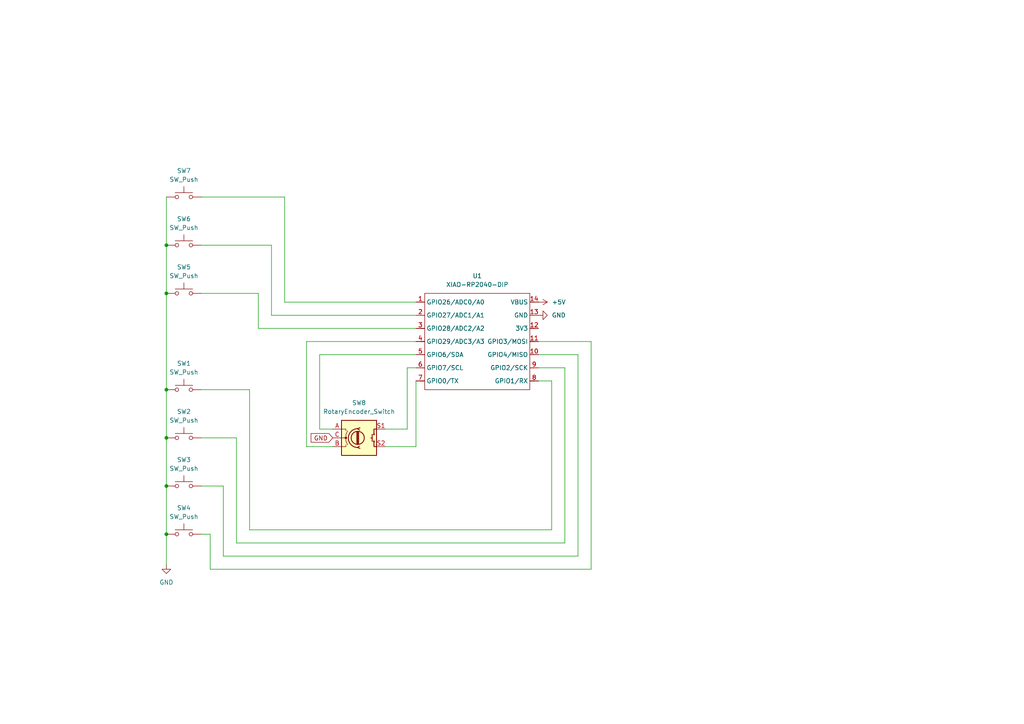
<source format=kicad_sch>
(kicad_sch
	(version 20250114)
	(generator "eeschema")
	(generator_version "9.0")
	(uuid "27db0a50-4d5e-42e1-bf5a-a8181729d977")
	(paper "A4")
	(lib_symbols
		(symbol "Device:RotaryEncoder_Switch"
			(pin_names
				(offset 0.254)
				(hide yes)
			)
			(exclude_from_sim no)
			(in_bom yes)
			(on_board yes)
			(property "Reference" "SW"
				(at 0 6.604 0)
				(effects
					(font
						(size 1.27 1.27)
					)
				)
			)
			(property "Value" "RotaryEncoder_Switch"
				(at 0 -6.604 0)
				(effects
					(font
						(size 1.27 1.27)
					)
				)
			)
			(property "Footprint" ""
				(at -3.81 4.064 0)
				(effects
					(font
						(size 1.27 1.27)
					)
					(hide yes)
				)
			)
			(property "Datasheet" "~"
				(at 0 6.604 0)
				(effects
					(font
						(size 1.27 1.27)
					)
					(hide yes)
				)
			)
			(property "Description" "Rotary encoder, dual channel, incremental quadrate outputs, with switch"
				(at 0 0 0)
				(effects
					(font
						(size 1.27 1.27)
					)
					(hide yes)
				)
			)
			(property "ki_keywords" "rotary switch encoder switch push button"
				(at 0 0 0)
				(effects
					(font
						(size 1.27 1.27)
					)
					(hide yes)
				)
			)
			(property "ki_fp_filters" "RotaryEncoder*Switch*"
				(at 0 0 0)
				(effects
					(font
						(size 1.27 1.27)
					)
					(hide yes)
				)
			)
			(symbol "RotaryEncoder_Switch_0_1"
				(rectangle
					(start -5.08 5.08)
					(end 5.08 -5.08)
					(stroke
						(width 0.254)
						(type default)
					)
					(fill
						(type background)
					)
				)
				(polyline
					(pts
						(xy -5.08 2.54) (xy -3.81 2.54) (xy -3.81 2.032)
					)
					(stroke
						(width 0)
						(type default)
					)
					(fill
						(type none)
					)
				)
				(polyline
					(pts
						(xy -5.08 0) (xy -3.81 0) (xy -3.81 -1.016) (xy -3.302 -2.032)
					)
					(stroke
						(width 0)
						(type default)
					)
					(fill
						(type none)
					)
				)
				(polyline
					(pts
						(xy -5.08 -2.54) (xy -3.81 -2.54) (xy -3.81 -2.032)
					)
					(stroke
						(width 0)
						(type default)
					)
					(fill
						(type none)
					)
				)
				(polyline
					(pts
						(xy -4.318 0) (xy -3.81 0) (xy -3.81 1.016) (xy -3.302 2.032)
					)
					(stroke
						(width 0)
						(type default)
					)
					(fill
						(type none)
					)
				)
				(circle
					(center -3.81 0)
					(radius 0.254)
					(stroke
						(width 0)
						(type default)
					)
					(fill
						(type outline)
					)
				)
				(polyline
					(pts
						(xy -0.635 -1.778) (xy -0.635 1.778)
					)
					(stroke
						(width 0.254)
						(type default)
					)
					(fill
						(type none)
					)
				)
				(circle
					(center -0.381 0)
					(radius 1.905)
					(stroke
						(width 0.254)
						(type default)
					)
					(fill
						(type none)
					)
				)
				(polyline
					(pts
						(xy -0.381 -1.778) (xy -0.381 1.778)
					)
					(stroke
						(width 0.254)
						(type default)
					)
					(fill
						(type none)
					)
				)
				(arc
					(start -0.381 -2.794)
					(mid -3.0988 -0.0635)
					(end -0.381 2.667)
					(stroke
						(width 0.254)
						(type default)
					)
					(fill
						(type none)
					)
				)
				(polyline
					(pts
						(xy -0.127 1.778) (xy -0.127 -1.778)
					)
					(stroke
						(width 0.254)
						(type default)
					)
					(fill
						(type none)
					)
				)
				(polyline
					(pts
						(xy 0.254 2.921) (xy -0.508 2.667) (xy 0.127 2.286)
					)
					(stroke
						(width 0.254)
						(type default)
					)
					(fill
						(type none)
					)
				)
				(polyline
					(pts
						(xy 0.254 -3.048) (xy -0.508 -2.794) (xy 0.127 -2.413)
					)
					(stroke
						(width 0.254)
						(type default)
					)
					(fill
						(type none)
					)
				)
				(polyline
					(pts
						(xy 3.81 1.016) (xy 3.81 -1.016)
					)
					(stroke
						(width 0.254)
						(type default)
					)
					(fill
						(type none)
					)
				)
				(polyline
					(pts
						(xy 3.81 0) (xy 3.429 0)
					)
					(stroke
						(width 0.254)
						(type default)
					)
					(fill
						(type none)
					)
				)
				(circle
					(center 4.318 1.016)
					(radius 0.127)
					(stroke
						(width 0.254)
						(type default)
					)
					(fill
						(type none)
					)
				)
				(circle
					(center 4.318 -1.016)
					(radius 0.127)
					(stroke
						(width 0.254)
						(type default)
					)
					(fill
						(type none)
					)
				)
				(polyline
					(pts
						(xy 5.08 2.54) (xy 4.318 2.54) (xy 4.318 1.016)
					)
					(stroke
						(width 0.254)
						(type default)
					)
					(fill
						(type none)
					)
				)
				(polyline
					(pts
						(xy 5.08 -2.54) (xy 4.318 -2.54) (xy 4.318 -1.016)
					)
					(stroke
						(width 0.254)
						(type default)
					)
					(fill
						(type none)
					)
				)
			)
			(symbol "RotaryEncoder_Switch_1_1"
				(pin passive line
					(at -7.62 2.54 0)
					(length 2.54)
					(name "A"
						(effects
							(font
								(size 1.27 1.27)
							)
						)
					)
					(number "A"
						(effects
							(font
								(size 1.27 1.27)
							)
						)
					)
				)
				(pin passive line
					(at -7.62 0 0)
					(length 2.54)
					(name "C"
						(effects
							(font
								(size 1.27 1.27)
							)
						)
					)
					(number "C"
						(effects
							(font
								(size 1.27 1.27)
							)
						)
					)
				)
				(pin passive line
					(at -7.62 -2.54 0)
					(length 2.54)
					(name "B"
						(effects
							(font
								(size 1.27 1.27)
							)
						)
					)
					(number "B"
						(effects
							(font
								(size 1.27 1.27)
							)
						)
					)
				)
				(pin passive line
					(at 7.62 2.54 180)
					(length 2.54)
					(name "S1"
						(effects
							(font
								(size 1.27 1.27)
							)
						)
					)
					(number "S1"
						(effects
							(font
								(size 1.27 1.27)
							)
						)
					)
				)
				(pin passive line
					(at 7.62 -2.54 180)
					(length 2.54)
					(name "S2"
						(effects
							(font
								(size 1.27 1.27)
							)
						)
					)
					(number "S2"
						(effects
							(font
								(size 1.27 1.27)
							)
						)
					)
				)
			)
			(embedded_fonts no)
		)
		(symbol "OPL:XIAO-RP2040-DIP"
			(exclude_from_sim no)
			(in_bom yes)
			(on_board yes)
			(property "Reference" "U"
				(at 0 0 0)
				(effects
					(font
						(size 1.27 1.27)
					)
				)
			)
			(property "Value" "XIAO-RP2040-DIP"
				(at 5.334 -1.778 0)
				(effects
					(font
						(size 1.27 1.27)
					)
				)
			)
			(property "Footprint" "Module:MOUDLE14P-XIAO-DIP-SMD"
				(at 14.478 -32.258 0)
				(effects
					(font
						(size 1.27 1.27)
					)
					(hide yes)
				)
			)
			(property "Datasheet" ""
				(at 0 0 0)
				(effects
					(font
						(size 1.27 1.27)
					)
					(hide yes)
				)
			)
			(property "Description" ""
				(at 0 0 0)
				(effects
					(font
						(size 1.27 1.27)
					)
					(hide yes)
				)
			)
			(symbol "XIAO-RP2040-DIP_1_0"
				(polyline
					(pts
						(xy -1.27 -2.54) (xy 29.21 -2.54)
					)
					(stroke
						(width 0.1524)
						(type solid)
					)
					(fill
						(type none)
					)
				)
				(polyline
					(pts
						(xy -1.27 -5.08) (xy -2.54 -5.08)
					)
					(stroke
						(width 0.1524)
						(type solid)
					)
					(fill
						(type none)
					)
				)
				(polyline
					(pts
						(xy -1.27 -5.08) (xy -1.27 -2.54)
					)
					(stroke
						(width 0.1524)
						(type solid)
					)
					(fill
						(type none)
					)
				)
				(polyline
					(pts
						(xy -1.27 -8.89) (xy -2.54 -8.89)
					)
					(stroke
						(width 0.1524)
						(type solid)
					)
					(fill
						(type none)
					)
				)
				(polyline
					(pts
						(xy -1.27 -8.89) (xy -1.27 -5.08)
					)
					(stroke
						(width 0.1524)
						(type solid)
					)
					(fill
						(type none)
					)
				)
				(polyline
					(pts
						(xy -1.27 -12.7) (xy -2.54 -12.7)
					)
					(stroke
						(width 0.1524)
						(type solid)
					)
					(fill
						(type none)
					)
				)
				(polyline
					(pts
						(xy -1.27 -12.7) (xy -1.27 -8.89)
					)
					(stroke
						(width 0.1524)
						(type solid)
					)
					(fill
						(type none)
					)
				)
				(polyline
					(pts
						(xy -1.27 -16.51) (xy -2.54 -16.51)
					)
					(stroke
						(width 0.1524)
						(type solid)
					)
					(fill
						(type none)
					)
				)
				(polyline
					(pts
						(xy -1.27 -16.51) (xy -1.27 -12.7)
					)
					(stroke
						(width 0.1524)
						(type solid)
					)
					(fill
						(type none)
					)
				)
				(polyline
					(pts
						(xy -1.27 -20.32) (xy -2.54 -20.32)
					)
					(stroke
						(width 0.1524)
						(type solid)
					)
					(fill
						(type none)
					)
				)
				(polyline
					(pts
						(xy -1.27 -24.13) (xy -2.54 -24.13)
					)
					(stroke
						(width 0.1524)
						(type solid)
					)
					(fill
						(type none)
					)
				)
				(polyline
					(pts
						(xy -1.27 -27.94) (xy -2.54 -27.94)
					)
					(stroke
						(width 0.1524)
						(type solid)
					)
					(fill
						(type none)
					)
				)
				(polyline
					(pts
						(xy -1.27 -30.48) (xy -1.27 -16.51)
					)
					(stroke
						(width 0.1524)
						(type solid)
					)
					(fill
						(type none)
					)
				)
				(polyline
					(pts
						(xy 29.21 -2.54) (xy 29.21 -5.08)
					)
					(stroke
						(width 0.1524)
						(type solid)
					)
					(fill
						(type none)
					)
				)
				(polyline
					(pts
						(xy 29.21 -5.08) (xy 29.21 -8.89)
					)
					(stroke
						(width 0.1524)
						(type solid)
					)
					(fill
						(type none)
					)
				)
				(polyline
					(pts
						(xy 29.21 -8.89) (xy 29.21 -12.7)
					)
					(stroke
						(width 0.1524)
						(type solid)
					)
					(fill
						(type none)
					)
				)
				(polyline
					(pts
						(xy 29.21 -12.7) (xy 29.21 -30.48)
					)
					(stroke
						(width 0.1524)
						(type solid)
					)
					(fill
						(type none)
					)
				)
				(polyline
					(pts
						(xy 29.21 -30.48) (xy -1.27 -30.48)
					)
					(stroke
						(width 0.1524)
						(type solid)
					)
					(fill
						(type none)
					)
				)
				(polyline
					(pts
						(xy 30.48 -5.08) (xy 29.21 -5.08)
					)
					(stroke
						(width 0.1524)
						(type solid)
					)
					(fill
						(type none)
					)
				)
				(polyline
					(pts
						(xy 30.48 -8.89) (xy 29.21 -8.89)
					)
					(stroke
						(width 0.1524)
						(type solid)
					)
					(fill
						(type none)
					)
				)
				(polyline
					(pts
						(xy 30.48 -12.7) (xy 29.21 -12.7)
					)
					(stroke
						(width 0.1524)
						(type solid)
					)
					(fill
						(type none)
					)
				)
				(polyline
					(pts
						(xy 30.48 -16.51) (xy 29.21 -16.51)
					)
					(stroke
						(width 0.1524)
						(type solid)
					)
					(fill
						(type none)
					)
				)
				(polyline
					(pts
						(xy 30.48 -20.32) (xy 29.21 -20.32)
					)
					(stroke
						(width 0.1524)
						(type solid)
					)
					(fill
						(type none)
					)
				)
				(polyline
					(pts
						(xy 30.48 -24.13) (xy 29.21 -24.13)
					)
					(stroke
						(width 0.1524)
						(type solid)
					)
					(fill
						(type none)
					)
				)
				(polyline
					(pts
						(xy 30.48 -27.94) (xy 29.21 -27.94)
					)
					(stroke
						(width 0.1524)
						(type solid)
					)
					(fill
						(type none)
					)
				)
				(pin passive line
					(at -3.81 -5.08 0)
					(length 2.54)
					(name "GPIO26/ADC0/A0"
						(effects
							(font
								(size 1.27 1.27)
							)
						)
					)
					(number "1"
						(effects
							(font
								(size 1.27 1.27)
							)
						)
					)
				)
				(pin passive line
					(at -3.81 -8.89 0)
					(length 2.54)
					(name "GPIO27/ADC1/A1"
						(effects
							(font
								(size 1.27 1.27)
							)
						)
					)
					(number "2"
						(effects
							(font
								(size 1.27 1.27)
							)
						)
					)
				)
				(pin passive line
					(at -3.81 -12.7 0)
					(length 2.54)
					(name "GPIO28/ADC2/A2"
						(effects
							(font
								(size 1.27 1.27)
							)
						)
					)
					(number "3"
						(effects
							(font
								(size 1.27 1.27)
							)
						)
					)
				)
				(pin passive line
					(at -3.81 -16.51 0)
					(length 2.54)
					(name "GPIO29/ADC3/A3"
						(effects
							(font
								(size 1.27 1.27)
							)
						)
					)
					(number "4"
						(effects
							(font
								(size 1.27 1.27)
							)
						)
					)
				)
				(pin passive line
					(at -3.81 -20.32 0)
					(length 2.54)
					(name "GPIO6/SDA"
						(effects
							(font
								(size 1.27 1.27)
							)
						)
					)
					(number "5"
						(effects
							(font
								(size 1.27 1.27)
							)
						)
					)
				)
				(pin passive line
					(at -3.81 -24.13 0)
					(length 2.54)
					(name "GPIO7/SCL"
						(effects
							(font
								(size 1.27 1.27)
							)
						)
					)
					(number "6"
						(effects
							(font
								(size 1.27 1.27)
							)
						)
					)
				)
				(pin passive line
					(at -3.81 -27.94 0)
					(length 2.54)
					(name "GPIO0/TX"
						(effects
							(font
								(size 1.27 1.27)
							)
						)
					)
					(number "7"
						(effects
							(font
								(size 1.27 1.27)
							)
						)
					)
				)
				(pin passive line
					(at 31.75 -5.08 180)
					(length 2.54)
					(name "VBUS"
						(effects
							(font
								(size 1.27 1.27)
							)
						)
					)
					(number "14"
						(effects
							(font
								(size 1.27 1.27)
							)
						)
					)
				)
				(pin passive line
					(at 31.75 -8.89 180)
					(length 2.54)
					(name "GND"
						(effects
							(font
								(size 1.27 1.27)
							)
						)
					)
					(number "13"
						(effects
							(font
								(size 1.27 1.27)
							)
						)
					)
				)
				(pin passive line
					(at 31.75 -12.7 180)
					(length 2.54)
					(name "3V3"
						(effects
							(font
								(size 1.27 1.27)
							)
						)
					)
					(number "12"
						(effects
							(font
								(size 1.27 1.27)
							)
						)
					)
				)
				(pin passive line
					(at 31.75 -16.51 180)
					(length 2.54)
					(name "GPIO3/MOSI"
						(effects
							(font
								(size 1.27 1.27)
							)
						)
					)
					(number "11"
						(effects
							(font
								(size 1.27 1.27)
							)
						)
					)
				)
				(pin passive line
					(at 31.75 -20.32 180)
					(length 2.54)
					(name "GPIO4/MISO"
						(effects
							(font
								(size 1.27 1.27)
							)
						)
					)
					(number "10"
						(effects
							(font
								(size 1.27 1.27)
							)
						)
					)
				)
				(pin passive line
					(at 31.75 -24.13 180)
					(length 2.54)
					(name "GPIO2/SCK"
						(effects
							(font
								(size 1.27 1.27)
							)
						)
					)
					(number "9"
						(effects
							(font
								(size 1.27 1.27)
							)
						)
					)
				)
				(pin passive line
					(at 31.75 -27.94 180)
					(length 2.54)
					(name "GPIO1/RX"
						(effects
							(font
								(size 1.27 1.27)
							)
						)
					)
					(number "8"
						(effects
							(font
								(size 1.27 1.27)
							)
						)
					)
				)
			)
			(embedded_fonts no)
		)
		(symbol "Switch:SW_Push"
			(pin_numbers
				(hide yes)
			)
			(pin_names
				(offset 1.016)
				(hide yes)
			)
			(exclude_from_sim no)
			(in_bom yes)
			(on_board yes)
			(property "Reference" "SW"
				(at 1.27 2.54 0)
				(effects
					(font
						(size 1.27 1.27)
					)
					(justify left)
				)
			)
			(property "Value" "SW_Push"
				(at 0 -1.524 0)
				(effects
					(font
						(size 1.27 1.27)
					)
				)
			)
			(property "Footprint" ""
				(at 0 5.08 0)
				(effects
					(font
						(size 1.27 1.27)
					)
					(hide yes)
				)
			)
			(property "Datasheet" "~"
				(at 0 5.08 0)
				(effects
					(font
						(size 1.27 1.27)
					)
					(hide yes)
				)
			)
			(property "Description" "Push button switch, generic, two pins"
				(at 0 0 0)
				(effects
					(font
						(size 1.27 1.27)
					)
					(hide yes)
				)
			)
			(property "ki_keywords" "switch normally-open pushbutton push-button"
				(at 0 0 0)
				(effects
					(font
						(size 1.27 1.27)
					)
					(hide yes)
				)
			)
			(symbol "SW_Push_0_1"
				(circle
					(center -2.032 0)
					(radius 0.508)
					(stroke
						(width 0)
						(type default)
					)
					(fill
						(type none)
					)
				)
				(polyline
					(pts
						(xy 0 1.27) (xy 0 3.048)
					)
					(stroke
						(width 0)
						(type default)
					)
					(fill
						(type none)
					)
				)
				(circle
					(center 2.032 0)
					(radius 0.508)
					(stroke
						(width 0)
						(type default)
					)
					(fill
						(type none)
					)
				)
				(polyline
					(pts
						(xy 2.54 1.27) (xy -2.54 1.27)
					)
					(stroke
						(width 0)
						(type default)
					)
					(fill
						(type none)
					)
				)
				(pin passive line
					(at -5.08 0 0)
					(length 2.54)
					(name "1"
						(effects
							(font
								(size 1.27 1.27)
							)
						)
					)
					(number "1"
						(effects
							(font
								(size 1.27 1.27)
							)
						)
					)
				)
				(pin passive line
					(at 5.08 0 180)
					(length 2.54)
					(name "2"
						(effects
							(font
								(size 1.27 1.27)
							)
						)
					)
					(number "2"
						(effects
							(font
								(size 1.27 1.27)
							)
						)
					)
				)
			)
			(embedded_fonts no)
		)
		(symbol "power:+5V"
			(power)
			(pin_numbers
				(hide yes)
			)
			(pin_names
				(offset 0)
				(hide yes)
			)
			(exclude_from_sim no)
			(in_bom yes)
			(on_board yes)
			(property "Reference" "#PWR"
				(at 0 -3.81 0)
				(effects
					(font
						(size 1.27 1.27)
					)
					(hide yes)
				)
			)
			(property "Value" "+5V"
				(at 0 3.556 0)
				(effects
					(font
						(size 1.27 1.27)
					)
				)
			)
			(property "Footprint" ""
				(at 0 0 0)
				(effects
					(font
						(size 1.27 1.27)
					)
					(hide yes)
				)
			)
			(property "Datasheet" ""
				(at 0 0 0)
				(effects
					(font
						(size 1.27 1.27)
					)
					(hide yes)
				)
			)
			(property "Description" "Power symbol creates a global label with name \"+5V\""
				(at 0 0 0)
				(effects
					(font
						(size 1.27 1.27)
					)
					(hide yes)
				)
			)
			(property "ki_keywords" "global power"
				(at 0 0 0)
				(effects
					(font
						(size 1.27 1.27)
					)
					(hide yes)
				)
			)
			(symbol "+5V_0_1"
				(polyline
					(pts
						(xy -0.762 1.27) (xy 0 2.54)
					)
					(stroke
						(width 0)
						(type default)
					)
					(fill
						(type none)
					)
				)
				(polyline
					(pts
						(xy 0 2.54) (xy 0.762 1.27)
					)
					(stroke
						(width 0)
						(type default)
					)
					(fill
						(type none)
					)
				)
				(polyline
					(pts
						(xy 0 0) (xy 0 2.54)
					)
					(stroke
						(width 0)
						(type default)
					)
					(fill
						(type none)
					)
				)
			)
			(symbol "+5V_1_1"
				(pin power_in line
					(at 0 0 90)
					(length 0)
					(name "~"
						(effects
							(font
								(size 1.27 1.27)
							)
						)
					)
					(number "1"
						(effects
							(font
								(size 1.27 1.27)
							)
						)
					)
				)
			)
			(embedded_fonts no)
		)
		(symbol "power:GND"
			(power)
			(pin_numbers
				(hide yes)
			)
			(pin_names
				(offset 0)
				(hide yes)
			)
			(exclude_from_sim no)
			(in_bom yes)
			(on_board yes)
			(property "Reference" "#PWR"
				(at 0 -6.35 0)
				(effects
					(font
						(size 1.27 1.27)
					)
					(hide yes)
				)
			)
			(property "Value" "GND"
				(at 0 -3.81 0)
				(effects
					(font
						(size 1.27 1.27)
					)
				)
			)
			(property "Footprint" ""
				(at 0 0 0)
				(effects
					(font
						(size 1.27 1.27)
					)
					(hide yes)
				)
			)
			(property "Datasheet" ""
				(at 0 0 0)
				(effects
					(font
						(size 1.27 1.27)
					)
					(hide yes)
				)
			)
			(property "Description" "Power symbol creates a global label with name \"GND\" , ground"
				(at 0 0 0)
				(effects
					(font
						(size 1.27 1.27)
					)
					(hide yes)
				)
			)
			(property "ki_keywords" "global power"
				(at 0 0 0)
				(effects
					(font
						(size 1.27 1.27)
					)
					(hide yes)
				)
			)
			(symbol "GND_0_1"
				(polyline
					(pts
						(xy 0 0) (xy 0 -1.27) (xy 1.27 -1.27) (xy 0 -2.54) (xy -1.27 -1.27) (xy 0 -1.27)
					)
					(stroke
						(width 0)
						(type default)
					)
					(fill
						(type none)
					)
				)
			)
			(symbol "GND_1_1"
				(pin power_in line
					(at 0 0 270)
					(length 0)
					(name "~"
						(effects
							(font
								(size 1.27 1.27)
							)
						)
					)
					(number "1"
						(effects
							(font
								(size 1.27 1.27)
							)
						)
					)
				)
			)
			(embedded_fonts no)
		)
	)
	(junction
		(at 48.26 127)
		(diameter 0)
		(color 0 0 0 0)
		(uuid "0a551828-c763-434a-a589-b67ebf6f4a54")
	)
	(junction
		(at 48.26 113.03)
		(diameter 0)
		(color 0 0 0 0)
		(uuid "18ba4ddd-7d7d-42f6-a2a2-2221ff26b149")
	)
	(junction
		(at 48.26 154.94)
		(diameter 0)
		(color 0 0 0 0)
		(uuid "602113ce-4652-4b91-adcd-ade1cfe38ffe")
	)
	(junction
		(at 48.26 140.97)
		(diameter 0)
		(color 0 0 0 0)
		(uuid "710635be-d966-4ada-b0ec-ddeff14cae52")
	)
	(junction
		(at 48.26 85.09)
		(diameter 0)
		(color 0 0 0 0)
		(uuid "7dbbc9f8-2087-4d86-bcec-a089706606c6")
	)
	(junction
		(at 48.26 71.12)
		(diameter 0)
		(color 0 0 0 0)
		(uuid "e59d855e-016b-488e-ba5c-3e78f32b22da")
	)
	(wire
		(pts
			(xy 48.26 85.09) (xy 48.26 113.03)
		)
		(stroke
			(width 0)
			(type default)
		)
		(uuid "06d43e51-da75-49ec-9108-883ab91be123")
	)
	(wire
		(pts
			(xy 160.02 110.49) (xy 160.02 153.67)
		)
		(stroke
			(width 0)
			(type default)
		)
		(uuid "081b24fd-8592-4546-aaeb-4695c31cad32")
	)
	(wire
		(pts
			(xy 167.64 102.87) (xy 167.64 161.29)
		)
		(stroke
			(width 0)
			(type default)
		)
		(uuid "0ae35f32-d775-4367-ad7e-b66a7150b79b")
	)
	(wire
		(pts
			(xy 92.71 102.87) (xy 120.65 102.87)
		)
		(stroke
			(width 0)
			(type default)
		)
		(uuid "0b9a9abf-4d61-4a3c-a128-1ea101a21777")
	)
	(wire
		(pts
			(xy 64.77 140.97) (xy 58.42 140.97)
		)
		(stroke
			(width 0)
			(type default)
		)
		(uuid "14813281-6886-405e-aba5-4e763dc08787")
	)
	(wire
		(pts
			(xy 163.83 157.48) (xy 68.58 157.48)
		)
		(stroke
			(width 0)
			(type default)
		)
		(uuid "1e2f2671-5c95-4d70-9f2f-8c1d4dc840a5")
	)
	(wire
		(pts
			(xy 156.21 110.49) (xy 160.02 110.49)
		)
		(stroke
			(width 0)
			(type default)
		)
		(uuid "2311d2ac-19c9-4c11-a4a9-d044fe01d510")
	)
	(wire
		(pts
			(xy 156.21 106.68) (xy 163.83 106.68)
		)
		(stroke
			(width 0)
			(type default)
		)
		(uuid "260ec872-356f-4689-9646-1ce0590a8149")
	)
	(wire
		(pts
			(xy 82.55 57.15) (xy 58.42 57.15)
		)
		(stroke
			(width 0)
			(type default)
		)
		(uuid "264dda2f-72e2-4a5a-8520-1664095e9e13")
	)
	(wire
		(pts
			(xy 120.65 129.54) (xy 120.65 110.49)
		)
		(stroke
			(width 0)
			(type default)
		)
		(uuid "2a1dd29d-df46-4a77-9491-add1cec0df44")
	)
	(wire
		(pts
			(xy 160.02 153.67) (xy 72.39 153.67)
		)
		(stroke
			(width 0)
			(type default)
		)
		(uuid "2a51af6e-10e2-4059-9568-c3775d7a0baa")
	)
	(wire
		(pts
			(xy 58.42 71.12) (xy 78.74 71.12)
		)
		(stroke
			(width 0)
			(type default)
		)
		(uuid "2c006c29-a94e-4257-923e-a857adb9354a")
	)
	(wire
		(pts
			(xy 48.26 140.97) (xy 48.26 154.94)
		)
		(stroke
			(width 0)
			(type default)
		)
		(uuid "368b7f17-9a0b-43cf-8b35-d47d824a3d8c")
	)
	(wire
		(pts
			(xy 118.11 106.68) (xy 120.65 106.68)
		)
		(stroke
			(width 0)
			(type default)
		)
		(uuid "37fbaea7-783a-4ee4-806d-afdddaac7cfe")
	)
	(wire
		(pts
			(xy 58.42 154.94) (xy 60.96 154.94)
		)
		(stroke
			(width 0)
			(type default)
		)
		(uuid "39bc731e-b80b-45e6-8674-f10c8dd3cf2d")
	)
	(wire
		(pts
			(xy 72.39 113.03) (xy 58.42 113.03)
		)
		(stroke
			(width 0)
			(type default)
		)
		(uuid "4e61982b-93e9-4376-bca1-26b68e737828")
	)
	(wire
		(pts
			(xy 163.83 106.68) (xy 163.83 157.48)
		)
		(stroke
			(width 0)
			(type default)
		)
		(uuid "5b98c554-ce5b-4613-9aea-99625ca66624")
	)
	(wire
		(pts
			(xy 118.11 124.46) (xy 118.11 106.68)
		)
		(stroke
			(width 0)
			(type default)
		)
		(uuid "5bd4645c-7391-4325-9974-2263fbd4bf54")
	)
	(wire
		(pts
			(xy 48.26 127) (xy 48.26 140.97)
		)
		(stroke
			(width 0)
			(type default)
		)
		(uuid "64a0fa76-294a-43d5-8225-d08345c009b4")
	)
	(wire
		(pts
			(xy 120.65 87.63) (xy 82.55 87.63)
		)
		(stroke
			(width 0)
			(type default)
		)
		(uuid "67863542-aa90-4e09-85b8-9f5578b39a81")
	)
	(wire
		(pts
			(xy 58.42 85.09) (xy 74.93 85.09)
		)
		(stroke
			(width 0)
			(type default)
		)
		(uuid "6ec696f6-c984-4638-a9c6-bbb9889cacec")
	)
	(wire
		(pts
			(xy 88.9 129.54) (xy 88.9 99.06)
		)
		(stroke
			(width 0)
			(type default)
		)
		(uuid "71ec2833-92b8-4eab-89fd-a3f110b0a7d3")
	)
	(wire
		(pts
			(xy 72.39 153.67) (xy 72.39 113.03)
		)
		(stroke
			(width 0)
			(type default)
		)
		(uuid "78f18a43-a401-48d4-9da6-b692a1aa6d45")
	)
	(wire
		(pts
			(xy 156.21 102.87) (xy 167.64 102.87)
		)
		(stroke
			(width 0)
			(type default)
		)
		(uuid "7bc290dd-d6e1-4369-9a10-7931899824a8")
	)
	(wire
		(pts
			(xy 68.58 127) (xy 58.42 127)
		)
		(stroke
			(width 0)
			(type default)
		)
		(uuid "8a3a5163-9770-4bd7-9500-749cb2a1917b")
	)
	(wire
		(pts
			(xy 68.58 157.48) (xy 68.58 127)
		)
		(stroke
			(width 0)
			(type default)
		)
		(uuid "8d2d4edf-24b1-417a-834f-24204035dae2")
	)
	(wire
		(pts
			(xy 74.93 85.09) (xy 74.93 95.25)
		)
		(stroke
			(width 0)
			(type default)
		)
		(uuid "929b33d8-b1da-4286-91e7-a242ae06dab2")
	)
	(wire
		(pts
			(xy 111.76 124.46) (xy 118.11 124.46)
		)
		(stroke
			(width 0)
			(type default)
		)
		(uuid "9acb1b5d-cc2e-4406-a093-cf2ca9e00a73")
	)
	(wire
		(pts
			(xy 92.71 124.46) (xy 92.71 102.87)
		)
		(stroke
			(width 0)
			(type default)
		)
		(uuid "9b8ae8e7-4737-4f76-a444-b21370bd0fea")
	)
	(wire
		(pts
			(xy 111.76 129.54) (xy 120.65 129.54)
		)
		(stroke
			(width 0)
			(type default)
		)
		(uuid "9d2e3c50-6499-4a0c-8272-5a67819f3984")
	)
	(wire
		(pts
			(xy 171.45 165.1) (xy 60.96 165.1)
		)
		(stroke
			(width 0)
			(type default)
		)
		(uuid "a83ba859-1d68-4d0a-ac40-06ec1ddf2b5e")
	)
	(wire
		(pts
			(xy 48.26 57.15) (xy 48.26 71.12)
		)
		(stroke
			(width 0)
			(type default)
		)
		(uuid "aa067519-7b59-4c2e-b21f-c41795150bcc")
	)
	(wire
		(pts
			(xy 64.77 161.29) (xy 64.77 140.97)
		)
		(stroke
			(width 0)
			(type default)
		)
		(uuid "ae94d17c-eb66-49e8-bd13-4796c5eee9d9")
	)
	(wire
		(pts
			(xy 78.74 91.44) (xy 78.74 71.12)
		)
		(stroke
			(width 0)
			(type default)
		)
		(uuid "aead68cb-7355-4272-ad6f-0450f2abff69")
	)
	(wire
		(pts
			(xy 156.21 99.06) (xy 171.45 99.06)
		)
		(stroke
			(width 0)
			(type default)
		)
		(uuid "b05340f4-1a62-4cef-82d2-22fef604c486")
	)
	(wire
		(pts
			(xy 60.96 165.1) (xy 60.96 154.94)
		)
		(stroke
			(width 0)
			(type default)
		)
		(uuid "b3aaf4aa-5ed2-465c-bfe6-e68ae7041f83")
	)
	(wire
		(pts
			(xy 120.65 95.25) (xy 74.93 95.25)
		)
		(stroke
			(width 0)
			(type default)
		)
		(uuid "b40c73b5-78af-455d-bd5b-1d29e241c9fa")
	)
	(wire
		(pts
			(xy 120.65 91.44) (xy 78.74 91.44)
		)
		(stroke
			(width 0)
			(type default)
		)
		(uuid "b7f98c84-ff2d-44c9-9b8c-bb57c021498e")
	)
	(wire
		(pts
			(xy 48.26 71.12) (xy 48.26 85.09)
		)
		(stroke
			(width 0)
			(type default)
		)
		(uuid "b999644c-63c7-4ee2-8ddf-947d4665e556")
	)
	(wire
		(pts
			(xy 167.64 161.29) (xy 64.77 161.29)
		)
		(stroke
			(width 0)
			(type default)
		)
		(uuid "ce65e426-7d56-4478-9d86-a85bbc7865af")
	)
	(wire
		(pts
			(xy 96.52 129.54) (xy 88.9 129.54)
		)
		(stroke
			(width 0)
			(type default)
		)
		(uuid "d1bc8518-87eb-487e-b277-f7e47f12519a")
	)
	(wire
		(pts
			(xy 88.9 99.06) (xy 120.65 99.06)
		)
		(stroke
			(width 0)
			(type default)
		)
		(uuid "df0fa5d4-ca35-40c3-a224-a94e8b372b33")
	)
	(wire
		(pts
			(xy 171.45 99.06) (xy 171.45 165.1)
		)
		(stroke
			(width 0)
			(type default)
		)
		(uuid "e01a447d-1e98-4536-8e20-ebb36e23e3a2")
	)
	(wire
		(pts
			(xy 48.26 113.03) (xy 48.26 127)
		)
		(stroke
			(width 0)
			(type default)
		)
		(uuid "edc7cd19-6f00-4c3a-86f3-7e1531b0607d")
	)
	(wire
		(pts
			(xy 96.52 124.46) (xy 92.71 124.46)
		)
		(stroke
			(width 0)
			(type default)
		)
		(uuid "ee2c4bae-22b7-4bee-8df6-53be7e75eb3e")
	)
	(wire
		(pts
			(xy 82.55 87.63) (xy 82.55 57.15)
		)
		(stroke
			(width 0)
			(type default)
		)
		(uuid "f63d2085-ad69-4da5-90c0-5749e1200262")
	)
	(wire
		(pts
			(xy 48.26 154.94) (xy 48.26 163.83)
		)
		(stroke
			(width 0)
			(type default)
		)
		(uuid "fae7125f-b4d7-4321-85df-010a6d2235f5")
	)
	(global_label "GND"
		(shape input)
		(at 96.52 127 180)
		(fields_autoplaced yes)
		(effects
			(font
				(size 1.27 1.27)
			)
			(justify right)
		)
		(uuid "e798fe69-2a5c-4b22-8021-9c2b05a86955")
		(property "Intersheetrefs" "${INTERSHEET_REFS}"
			(at 89.6643 127 0)
			(effects
				(font
					(size 1.27 1.27)
				)
				(justify right)
				(hide yes)
			)
		)
	)
	(symbol
		(lib_id "Switch:SW_Push")
		(at 53.34 140.97 0)
		(unit 1)
		(exclude_from_sim no)
		(in_bom yes)
		(on_board yes)
		(dnp no)
		(fields_autoplaced yes)
		(uuid "02c1c05c-eccb-4b58-80b6-181089d5c2ad")
		(property "Reference" "SW3"
			(at 53.34 133.35 0)
			(effects
				(font
					(size 1.27 1.27)
				)
			)
		)
		(property "Value" "SW_Push"
			(at 53.34 135.89 0)
			(effects
				(font
					(size 1.27 1.27)
				)
			)
		)
		(property "Footprint" "Button_Switch_Keyboard:SW_Cherry_MX_1.00u_PCB"
			(at 53.34 135.89 0)
			(effects
				(font
					(size 1.27 1.27)
				)
				(hide yes)
			)
		)
		(property "Datasheet" "~"
			(at 53.34 135.89 0)
			(effects
				(font
					(size 1.27 1.27)
				)
				(hide yes)
			)
		)
		(property "Description" "Push button switch, generic, two pins"
			(at 53.34 140.97 0)
			(effects
				(font
					(size 1.27 1.27)
				)
				(hide yes)
			)
		)
		(pin "2"
			(uuid "ae8dd691-0036-427d-b10a-8576d2d3b821")
		)
		(pin "1"
			(uuid "f72cb576-f869-4331-82f7-16459bc4accc")
		)
		(instances
			(project "PCB"
				(path "/27db0a50-4d5e-42e1-bf5a-a8181729d977"
					(reference "SW3")
					(unit 1)
				)
			)
		)
	)
	(symbol
		(lib_id "Switch:SW_Push")
		(at 53.34 57.15 0)
		(unit 1)
		(exclude_from_sim no)
		(in_bom yes)
		(on_board yes)
		(dnp no)
		(fields_autoplaced yes)
		(uuid "0dacac73-3f77-492a-9768-b5b95fc1412b")
		(property "Reference" "SW7"
			(at 53.34 49.53 0)
			(effects
				(font
					(size 1.27 1.27)
				)
			)
		)
		(property "Value" "SW_Push"
			(at 53.34 52.07 0)
			(effects
				(font
					(size 1.27 1.27)
				)
			)
		)
		(property "Footprint" "Button_Switch_Keyboard:SW_Cherry_MX_1.00u_PCB"
			(at 53.34 52.07 0)
			(effects
				(font
					(size 1.27 1.27)
				)
				(hide yes)
			)
		)
		(property "Datasheet" "~"
			(at 53.34 52.07 0)
			(effects
				(font
					(size 1.27 1.27)
				)
				(hide yes)
			)
		)
		(property "Description" "Push button switch, generic, two pins"
			(at 53.34 57.15 0)
			(effects
				(font
					(size 1.27 1.27)
				)
				(hide yes)
			)
		)
		(pin "2"
			(uuid "dc195a4a-2f50-46cd-8ee1-f5b9c759c5fa")
		)
		(pin "1"
			(uuid "79c11061-6657-4f34-bd73-ee9b680099ad")
		)
		(instances
			(project "PCB"
				(path "/27db0a50-4d5e-42e1-bf5a-a8181729d977"
					(reference "SW7")
					(unit 1)
				)
			)
		)
	)
	(symbol
		(lib_id "Switch:SW_Push")
		(at 53.34 113.03 0)
		(unit 1)
		(exclude_from_sim no)
		(in_bom yes)
		(on_board yes)
		(dnp no)
		(fields_autoplaced yes)
		(uuid "1564fa7e-4f6b-4fbb-928b-97ec01b9dd09")
		(property "Reference" "SW1"
			(at 53.34 105.41 0)
			(effects
				(font
					(size 1.27 1.27)
				)
			)
		)
		(property "Value" "SW_Push"
			(at 53.34 107.95 0)
			(effects
				(font
					(size 1.27 1.27)
				)
			)
		)
		(property "Footprint" "Button_Switch_Keyboard:SW_Cherry_MX_1.00u_PCB"
			(at 53.34 107.95 0)
			(effects
				(font
					(size 1.27 1.27)
				)
				(hide yes)
			)
		)
		(property "Datasheet" "~"
			(at 53.34 107.95 0)
			(effects
				(font
					(size 1.27 1.27)
				)
				(hide yes)
			)
		)
		(property "Description" "Push button switch, generic, two pins"
			(at 53.34 113.03 0)
			(effects
				(font
					(size 1.27 1.27)
				)
				(hide yes)
			)
		)
		(pin "2"
			(uuid "dd7500a8-cf6c-4c49-8b1f-1ea133948f4a")
		)
		(pin "1"
			(uuid "a311a62c-4a88-47b2-ac7f-e31248e4325f")
		)
		(instances
			(project ""
				(path "/27db0a50-4d5e-42e1-bf5a-a8181729d977"
					(reference "SW1")
					(unit 1)
				)
			)
		)
	)
	(symbol
		(lib_id "power:+5V")
		(at 156.21 87.63 270)
		(unit 1)
		(exclude_from_sim no)
		(in_bom yes)
		(on_board yes)
		(dnp no)
		(fields_autoplaced yes)
		(uuid "164d6c29-ed59-4a98-8e5f-588975ef437c")
		(property "Reference" "#PWR04"
			(at 152.4 87.63 0)
			(effects
				(font
					(size 1.27 1.27)
				)
				(hide yes)
			)
		)
		(property "Value" "+5V"
			(at 160.02 87.6299 90)
			(effects
				(font
					(size 1.27 1.27)
				)
				(justify left)
			)
		)
		(property "Footprint" ""
			(at 156.21 87.63 0)
			(effects
				(font
					(size 1.27 1.27)
				)
				(hide yes)
			)
		)
		(property "Datasheet" ""
			(at 156.21 87.63 0)
			(effects
				(font
					(size 1.27 1.27)
				)
				(hide yes)
			)
		)
		(property "Description" "Power symbol creates a global label with name \"+5V\""
			(at 156.21 87.63 0)
			(effects
				(font
					(size 1.27 1.27)
				)
				(hide yes)
			)
		)
		(pin "1"
			(uuid "18a29d8e-712d-4d3c-9934-021291066c3e")
		)
		(instances
			(project ""
				(path "/27db0a50-4d5e-42e1-bf5a-a8181729d977"
					(reference "#PWR04")
					(unit 1)
				)
			)
		)
	)
	(symbol
		(lib_id "Switch:SW_Push")
		(at 53.34 127 0)
		(unit 1)
		(exclude_from_sim no)
		(in_bom yes)
		(on_board yes)
		(dnp no)
		(fields_autoplaced yes)
		(uuid "40e1e379-3caa-4051-b5ff-9cde5a5b907a")
		(property "Reference" "SW2"
			(at 53.34 119.38 0)
			(effects
				(font
					(size 1.27 1.27)
				)
			)
		)
		(property "Value" "SW_Push"
			(at 53.34 121.92 0)
			(effects
				(font
					(size 1.27 1.27)
				)
			)
		)
		(property "Footprint" "Button_Switch_Keyboard:SW_Cherry_MX_1.00u_PCB"
			(at 53.34 121.92 0)
			(effects
				(font
					(size 1.27 1.27)
				)
				(hide yes)
			)
		)
		(property "Datasheet" "~"
			(at 53.34 121.92 0)
			(effects
				(font
					(size 1.27 1.27)
				)
				(hide yes)
			)
		)
		(property "Description" "Push button switch, generic, two pins"
			(at 53.34 127 0)
			(effects
				(font
					(size 1.27 1.27)
				)
				(hide yes)
			)
		)
		(pin "2"
			(uuid "dca39e6e-8719-4284-89da-37f8454f489c")
		)
		(pin "1"
			(uuid "e7a86161-fe6a-44b4-a8b2-97230b9b5699")
		)
		(instances
			(project "PCB"
				(path "/27db0a50-4d5e-42e1-bf5a-a8181729d977"
					(reference "SW2")
					(unit 1)
				)
			)
		)
	)
	(symbol
		(lib_id "Switch:SW_Push")
		(at 53.34 85.09 0)
		(unit 1)
		(exclude_from_sim no)
		(in_bom yes)
		(on_board yes)
		(dnp no)
		(uuid "41b25932-ea57-4a32-ac05-250d2928c033")
		(property "Reference" "SW5"
			(at 53.34 77.47 0)
			(effects
				(font
					(size 1.27 1.27)
				)
			)
		)
		(property "Value" "SW_Push"
			(at 53.34 80.01 0)
			(effects
				(font
					(size 1.27 1.27)
				)
			)
		)
		(property "Footprint" "Button_Switch_Keyboard:SW_Cherry_MX_1.00u_PCB"
			(at 53.34 80.01 0)
			(effects
				(font
					(size 1.27 1.27)
				)
				(hide yes)
			)
		)
		(property "Datasheet" "~"
			(at 53.34 80.01 0)
			(effects
				(font
					(size 1.27 1.27)
				)
				(hide yes)
			)
		)
		(property "Description" "Push button switch, generic, two pins"
			(at 53.34 85.09 0)
			(effects
				(font
					(size 1.27 1.27)
				)
				(hide yes)
			)
		)
		(pin "2"
			(uuid "f83e0cf0-d645-4ffa-b9e9-1d6dc22673a0")
		)
		(pin "1"
			(uuid "127057bc-e19f-4523-9a22-0a48b96beb7a")
		)
		(instances
			(project "PCB"
				(path "/27db0a50-4d5e-42e1-bf5a-a8181729d977"
					(reference "SW5")
					(unit 1)
				)
			)
		)
	)
	(symbol
		(lib_id "power:GND")
		(at 156.21 91.44 90)
		(unit 1)
		(exclude_from_sim no)
		(in_bom yes)
		(on_board yes)
		(dnp no)
		(fields_autoplaced yes)
		(uuid "4fbc3e4b-f745-4e5a-ac84-2572391086ce")
		(property "Reference" "#PWR01"
			(at 162.56 91.44 0)
			(effects
				(font
					(size 1.27 1.27)
				)
				(hide yes)
			)
		)
		(property "Value" "GND"
			(at 160.02 91.4399 90)
			(effects
				(font
					(size 1.27 1.27)
				)
				(justify right)
			)
		)
		(property "Footprint" ""
			(at 156.21 91.44 0)
			(effects
				(font
					(size 1.27 1.27)
				)
				(hide yes)
			)
		)
		(property "Datasheet" ""
			(at 156.21 91.44 0)
			(effects
				(font
					(size 1.27 1.27)
				)
				(hide yes)
			)
		)
		(property "Description" "Power symbol creates a global label with name \"GND\" , ground"
			(at 156.21 91.44 0)
			(effects
				(font
					(size 1.27 1.27)
				)
				(hide yes)
			)
		)
		(pin "1"
			(uuid "a1d890db-4f11-4b1f-9dfb-bf9fd72110e8")
		)
		(instances
			(project ""
				(path "/27db0a50-4d5e-42e1-bf5a-a8181729d977"
					(reference "#PWR01")
					(unit 1)
				)
			)
		)
	)
	(symbol
		(lib_id "Device:RotaryEncoder_Switch")
		(at 104.14 127 0)
		(unit 1)
		(exclude_from_sim no)
		(in_bom yes)
		(on_board yes)
		(dnp no)
		(fields_autoplaced yes)
		(uuid "50218397-083f-4e4c-b4a1-3befd9e20469")
		(property "Reference" "SW8"
			(at 104.14 116.84 0)
			(effects
				(font
					(size 1.27 1.27)
				)
			)
		)
		(property "Value" "RotaryEncoder_Switch"
			(at 104.14 119.38 0)
			(effects
				(font
					(size 1.27 1.27)
				)
			)
		)
		(property "Footprint" "Rotary_Encoder:RotaryEncoder_Alps_EC11E-Switch_Vertical_H20mm"
			(at 100.33 122.936 0)
			(effects
				(font
					(size 1.27 1.27)
				)
				(hide yes)
			)
		)
		(property "Datasheet" "~"
			(at 104.14 120.396 0)
			(effects
				(font
					(size 1.27 1.27)
				)
				(hide yes)
			)
		)
		(property "Description" "Rotary encoder, dual channel, incremental quadrate outputs, with switch"
			(at 104.14 127 0)
			(effects
				(font
					(size 1.27 1.27)
				)
				(hide yes)
			)
		)
		(pin "A"
			(uuid "f3f39c73-2836-488f-bf82-0e9b09b2d4b2")
		)
		(pin "S1"
			(uuid "a4780381-70a4-4b4c-adc1-c26b92445d52")
		)
		(pin "C"
			(uuid "3c2370c5-cf7a-4d7e-80cb-0ebc01934d6f")
		)
		(pin "B"
			(uuid "0bb73c25-0623-480c-8484-7cedad2bc3db")
		)
		(pin "S2"
			(uuid "9ea2731c-2a71-4168-85c6-31ae0902112b")
		)
		(instances
			(project ""
				(path "/27db0a50-4d5e-42e1-bf5a-a8181729d977"
					(reference "SW8")
					(unit 1)
				)
			)
		)
	)
	(symbol
		(lib_id "Switch:SW_Push")
		(at 53.34 154.94 0)
		(unit 1)
		(exclude_from_sim no)
		(in_bom yes)
		(on_board yes)
		(dnp no)
		(fields_autoplaced yes)
		(uuid "533c759f-8d64-4330-94bd-647d8e2d8e67")
		(property "Reference" "SW4"
			(at 53.34 147.32 0)
			(effects
				(font
					(size 1.27 1.27)
				)
			)
		)
		(property "Value" "SW_Push"
			(at 53.34 149.86 0)
			(effects
				(font
					(size 1.27 1.27)
				)
			)
		)
		(property "Footprint" "Button_Switch_Keyboard:SW_Cherry_MX_1.00u_PCB"
			(at 53.34 149.86 0)
			(effects
				(font
					(size 1.27 1.27)
				)
				(hide yes)
			)
		)
		(property "Datasheet" "~"
			(at 53.34 149.86 0)
			(effects
				(font
					(size 1.27 1.27)
				)
				(hide yes)
			)
		)
		(property "Description" "Push button switch, generic, two pins"
			(at 53.34 154.94 0)
			(effects
				(font
					(size 1.27 1.27)
				)
				(hide yes)
			)
		)
		(pin "2"
			(uuid "5ac43bfc-2731-47f7-92f7-7d1c9f0c7aea")
		)
		(pin "1"
			(uuid "642a7d9f-8b76-40a7-9f17-c3898f0008bd")
		)
		(instances
			(project "PCB"
				(path "/27db0a50-4d5e-42e1-bf5a-a8181729d977"
					(reference "SW4")
					(unit 1)
				)
			)
		)
	)
	(symbol
		(lib_id "power:GND")
		(at 48.26 163.83 0)
		(unit 1)
		(exclude_from_sim no)
		(in_bom yes)
		(on_board yes)
		(dnp no)
		(fields_autoplaced yes)
		(uuid "c49e8d2d-44f5-4954-b819-2219ae6ca045")
		(property "Reference" "#PWR03"
			(at 48.26 170.18 0)
			(effects
				(font
					(size 1.27 1.27)
				)
				(hide yes)
			)
		)
		(property "Value" "GND"
			(at 48.26 168.91 0)
			(effects
				(font
					(size 1.27 1.27)
				)
			)
		)
		(property "Footprint" ""
			(at 48.26 163.83 0)
			(effects
				(font
					(size 1.27 1.27)
				)
				(hide yes)
			)
		)
		(property "Datasheet" ""
			(at 48.26 163.83 0)
			(effects
				(font
					(size 1.27 1.27)
				)
				(hide yes)
			)
		)
		(property "Description" "Power symbol creates a global label with name \"GND\" , ground"
			(at 48.26 163.83 0)
			(effects
				(font
					(size 1.27 1.27)
				)
				(hide yes)
			)
		)
		(pin "1"
			(uuid "a7e34202-5663-49f2-851d-85f15f4ca4db")
		)
		(instances
			(project ""
				(path "/27db0a50-4d5e-42e1-bf5a-a8181729d977"
					(reference "#PWR03")
					(unit 1)
				)
			)
		)
	)
	(symbol
		(lib_id "OPL:XIAO-RP2040-DIP")
		(at 124.46 82.55 0)
		(unit 1)
		(exclude_from_sim no)
		(in_bom yes)
		(on_board yes)
		(dnp no)
		(fields_autoplaced yes)
		(uuid "d144c528-c78a-4582-b2ff-278dbd1c9114")
		(property "Reference" "U1"
			(at 138.43 80.01 0)
			(effects
				(font
					(size 1.27 1.27)
				)
			)
		)
		(property "Value" "XIAO-RP2040-DIP"
			(at 138.43 82.55 0)
			(effects
				(font
					(size 1.27 1.27)
				)
			)
		)
		(property "Footprint" "OPL:XIAO-RP2040-DIP"
			(at 138.938 114.808 0)
			(effects
				(font
					(size 1.27 1.27)
				)
				(hide yes)
			)
		)
		(property "Datasheet" ""
			(at 124.46 82.55 0)
			(effects
				(font
					(size 1.27 1.27)
				)
				(hide yes)
			)
		)
		(property "Description" ""
			(at 124.46 82.55 0)
			(effects
				(font
					(size 1.27 1.27)
				)
				(hide yes)
			)
		)
		(pin "10"
			(uuid "0ebefdb8-b3e9-4948-8f4a-87d5260bdaeb")
		)
		(pin "5"
			(uuid "ac0f1c52-88ad-4fa6-9203-e6ac62731b55")
		)
		(pin "4"
			(uuid "1d87fec3-1a24-4acc-8960-78d16b9179ee")
		)
		(pin "2"
			(uuid "1c6b411e-26c0-4ff4-aa8a-668a2f584cd9")
		)
		(pin "3"
			(uuid "e05ad771-b51d-4e67-8edd-602f9fbfee66")
		)
		(pin "14"
			(uuid "5129249a-83b6-4890-9114-e2605adde52f")
		)
		(pin "12"
			(uuid "6d76d173-f669-4e73-8502-56d5cdef7737")
		)
		(pin "9"
			(uuid "39610a93-dce7-4304-a25d-5e22ca6e9b8b")
		)
		(pin "6"
			(uuid "d961435d-e40d-4fa0-8e2f-c18942cc6fa5")
		)
		(pin "13"
			(uuid "adbe937c-0092-454e-8f43-8fc45418f2e4")
		)
		(pin "8"
			(uuid "651a678d-defe-4dd7-900b-5168ee27efde")
		)
		(pin "1"
			(uuid "82bc720c-7e2a-43de-be43-f5abda5b22aa")
		)
		(pin "11"
			(uuid "583dca3e-c55d-478f-8511-f99fa40b41a5")
		)
		(pin "7"
			(uuid "76caf379-310f-42a3-b414-f77cc5a5cb8c")
		)
		(instances
			(project ""
				(path "/27db0a50-4d5e-42e1-bf5a-a8181729d977"
					(reference "U1")
					(unit 1)
				)
			)
		)
	)
	(symbol
		(lib_id "Switch:SW_Push")
		(at 53.34 71.12 0)
		(unit 1)
		(exclude_from_sim no)
		(in_bom yes)
		(on_board yes)
		(dnp no)
		(fields_autoplaced yes)
		(uuid "e76c3bd1-d9ac-49cc-b670-4aeea25c317c")
		(property "Reference" "SW6"
			(at 53.34 63.5 0)
			(effects
				(font
					(size 1.27 1.27)
				)
			)
		)
		(property "Value" "SW_Push"
			(at 53.34 66.04 0)
			(effects
				(font
					(size 1.27 1.27)
				)
			)
		)
		(property "Footprint" "Button_Switch_Keyboard:SW_Cherry_MX_1.00u_PCB"
			(at 53.34 66.04 0)
			(effects
				(font
					(size 1.27 1.27)
				)
				(hide yes)
			)
		)
		(property "Datasheet" "~"
			(at 53.34 66.04 0)
			(effects
				(font
					(size 1.27 1.27)
				)
				(hide yes)
			)
		)
		(property "Description" "Push button switch, generic, two pins"
			(at 53.34 71.12 0)
			(effects
				(font
					(size 1.27 1.27)
				)
				(hide yes)
			)
		)
		(pin "2"
			(uuid "f74a5f0b-4de4-49cc-8864-b63a4564053c")
		)
		(pin "1"
			(uuid "936f6141-2250-4840-8e43-0076d010c559")
		)
		(instances
			(project "PCB"
				(path "/27db0a50-4d5e-42e1-bf5a-a8181729d977"
					(reference "SW6")
					(unit 1)
				)
			)
		)
	)
	(sheet_instances
		(path "/"
			(page "1")
		)
	)
	(embedded_fonts no)
)

</source>
